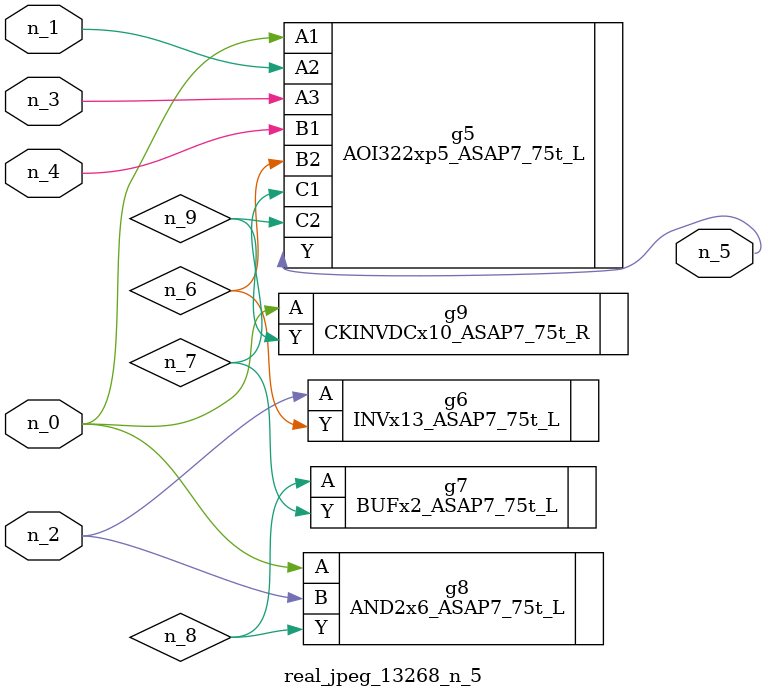
<source format=v>
module real_jpeg_13268_n_5 (n_4, n_0, n_1, n_2, n_3, n_5);

input n_4;
input n_0;
input n_1;
input n_2;
input n_3;

output n_5;

wire n_8;
wire n_6;
wire n_7;
wire n_9;

AOI322xp5_ASAP7_75t_L g5 ( 
.A1(n_0),
.A2(n_1),
.A3(n_3),
.B1(n_4),
.B2(n_6),
.C1(n_7),
.C2(n_9),
.Y(n_5)
);

AND2x6_ASAP7_75t_L g8 ( 
.A(n_0),
.B(n_2),
.Y(n_8)
);

CKINVDCx10_ASAP7_75t_R g9 ( 
.A(n_0),
.Y(n_9)
);

INVx13_ASAP7_75t_L g6 ( 
.A(n_2),
.Y(n_6)
);

BUFx2_ASAP7_75t_L g7 ( 
.A(n_8),
.Y(n_7)
);


endmodule
</source>
